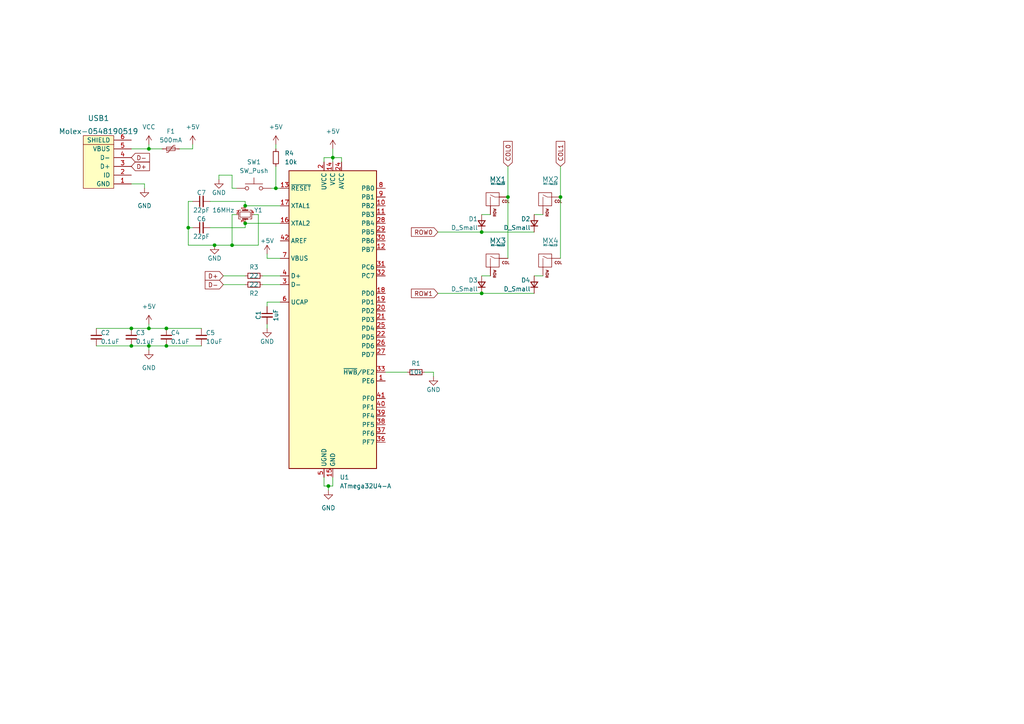
<source format=kicad_sch>
(kicad_sch (version 20211123) (generator eeschema)
  (paper "A4")
  (lib_symbols
    (symbol "Device:C_Small" (pin_numbers hide) (pin_names (offset 0.254) hide)
      (property "Reference" "C" (at 0.254 1.778 0))
      (property "Value" "C_Small" (at 0.254 -2.032 0))
      (symbol "C_Small_0_1"
        (polyline (pts (xy -1.524 -0.508) (xy 1.524 -0.508)) (stroke (width 0.3302)))
        (polyline (pts (xy -1.524 0.508) (xy 1.524 0.508)) (stroke (width 0.3048)))
      )
      (symbol "C_Small_1_1"
        (pin passive line (at 0 2.54 270) (length 2.032) (name "~") (number "1"))
        (pin passive line (at 0 -2.54 90) (length 2.032) (name "~") (number "2"))
      )
    )
    (symbol "Device:Crystal_GND24_Small" (pin_names (offset 1.016) hide)
      (property "Reference" "Y" (at 1.27 4.445 0))
      (property "Value" "Crystal_GND24_Small" (at 1.27 2.54 0))
      (symbol "Crystal_GND24_Small_0_1"
        (rectangle (start -0.762 -1.524) (end 0.762 1.524))
        (polyline (pts (xy -1.27 -0.762) (xy -1.27 0.762)) (stroke (width 0.381)))
        (polyline (pts (xy 1.27 -0.762) (xy 1.27 0.762)) (stroke (width 0.381)))
        (polyline (pts (xy -1.27 -1.27) (xy -1.27 -1.905) (xy 1.27 -1.905) (xy 1.27 -1.27)))
        (polyline (pts (xy -1.27 1.27) (xy -1.27 1.905) (xy 1.27 1.905) (xy 1.27 1.27)))
      )
      (symbol "Crystal_GND24_Small_1_1"
        (pin passive line (at -2.54 0 0) (length 1.27) (name "1") (number "1"))
        (pin passive line (at 0 -2.54 90) (length 0.635) (name "2") (number "2"))
        (pin passive line (at 2.54 0 180) (length 1.27) (name "3") (number "3"))
        (pin passive line (at 0 2.54 270) (length 0.635) (name "4") (number "4"))
      )
    )
    (symbol "Device:D_Small" (pin_numbers hide) (pin_names (offset 0.254) hide)
      (property "Reference" "D" (at -1.27 2.032 0))
      (property "Value" "D_Small" (at -3.81 -2.032 0))
      (symbol "D_Small_0_1"
        (polyline (pts (xy -0.762 -1.016) (xy -0.762 1.016)) (stroke (width 0.254)))
        (polyline (pts (xy -0.762 0) (xy 0.762 0)))
        (polyline (pts (xy 0.762 -1.016) (xy -0.762 0) (xy 0.762 1.016) (xy 0.762 -1.016)) (stroke (width 0.254)))
      )
      (symbol "D_Small_1_1"
        (pin passive line (at -2.54 0 0) (length 1.778) (name "K") (number "1"))
        (pin passive line (at 2.54 0 180) (length 1.778) (name "A") (number "2"))
      )
    )
    (symbol "Device:Polyfuse_Small" (pin_numbers hide) (pin_names (offset 0))
      (property "Reference" "F" (at -1.905 0 90))
      (property "Value" "Polyfuse_Small" (at 1.905 0 90))
      (symbol "Polyfuse_Small_0_1"
        (rectangle (start -0.508 1.27) (end 0.508 -1.27))
        (polyline (pts (xy 0 2.54) (xy 0 -2.54)))
        (polyline (pts (xy -1.016 1.27) (xy -1.016 0.762) (xy 1.016 -0.762) (xy 1.016 -1.27)))
      )
      (symbol "Polyfuse_Small_1_1"
        (pin passive line (at 0 2.54 270) (length 0.635) (name "~") (number "1"))
        (pin passive line (at 0 -2.54 90) (length 0.635) (name "~") (number "2"))
      )
    )
    (symbol "Device:R_Small" (pin_numbers hide) (pin_names (offset 0.254) hide)
      (property "Reference" "R" (at 0.762 0.508 0))
      (property "Value" "R_Small" (at 0.762 -1.016 0))
      (symbol "R_Small_0_1"
        (rectangle (start -0.762 1.778) (end 0.762 -1.778) (stroke (width 0.2032)))
      )
      (symbol "R_Small_1_1"
        (pin passive line (at 0 2.54 270) (length 0.762) (name "~") (number "1"))
        (pin passive line (at 0 -2.54 90) (length 0.762) (name "~") (number "2"))
      )
    )
    (symbol "MCU_Microchip_ATmega:ATmega32U4-A"
      (property "Reference" "U" (at -12.7 44.45 0))
      (property "Value" "ATmega32U4-A" (at 2.54 -44.45 0))
      (symbol "ATmega32U4-A_0_1"
        (rectangle (start -12.7 -43.18) (end 12.7 43.18) (stroke (width 0.254)) (fill (type background)))
      )
      (symbol "ATmega32U4-A_1_1"
        (pin bidirectional line (at 15.24 -17.78 180) (length 2.54) (name "PE6") (number "1"))
        (pin bidirectional line (at 15.24 33.02 180) (length 2.54) (name "PB2") (number "10"))
        (pin bidirectional line (at 15.24 30.48 180) (length 2.54) (name "PB3") (number "11"))
        (pin bidirectional line (at 15.24 20.32 180) (length 2.54) (name "PB7") (number "12"))
        (pin input line (at -15.24 38.1 0) (length 2.54) (name "~{RESET}") (number "13"))
        (pin power_in line (at 0 45.72 270) (length 2.54) (name "VCC") (number "14"))
        (pin power_in line (at 0 -45.72 90) (length 2.54) (name "GND") (number "15"))
        (pin output line (at -15.24 27.94 0) (length 2.54) (name "XTAL2") (number "16"))
        (pin input line (at -15.24 33.02 0) (length 2.54) (name "XTAL1") (number "17"))
        (pin bidirectional line (at 15.24 7.62 180) (length 2.54) (name "PD0") (number "18"))
        (pin bidirectional line (at 15.24 5.08 180) (length 2.54) (name "PD1") (number "19"))
        (pin power_in line (at -2.54 45.72 270) (length 2.54) (name "UVCC") (number "2"))
        (pin bidirectional line (at 15.24 2.54 180) (length 2.54) (name "PD2") (number "20"))
        (pin bidirectional line (at 15.24 0 180) (length 2.54) (name "PD3") (number "21"))
        (pin bidirectional line (at 15.24 -5.08 180) (length 2.54) (name "PD5") (number "22"))
        (pin passive line (at 0 -45.72 90) (length 2.54) hide (name "GND") (number "23"))
        (pin power_in line (at 2.54 45.72 270) (length 2.54) (name "AVCC") (number "24"))
        (pin bidirectional line (at 15.24 -2.54 180) (length 2.54) (name "PD4") (number "25"))
        (pin bidirectional line (at 15.24 -7.62 180) (length 2.54) (name "PD6") (number "26"))
        (pin bidirectional line (at 15.24 -10.16 180) (length 2.54) (name "PD7") (number "27"))
        (pin bidirectional line (at 15.24 27.94 180) (length 2.54) (name "PB4") (number "28"))
        (pin bidirectional line (at 15.24 25.4 180) (length 2.54) (name "PB5") (number "29"))
        (pin bidirectional line (at -15.24 10.16 0) (length 2.54) (name "D-") (number "3"))
        (pin bidirectional line (at 15.24 22.86 180) (length 2.54) (name "PB6") (number "30"))
        (pin bidirectional line (at 15.24 15.24 180) (length 2.54) (name "PC6") (number "31"))
        (pin bidirectional line (at 15.24 12.7 180) (length 2.54) (name "PC7") (number "32"))
        (pin bidirectional line (at 15.24 -15.24 180) (length 2.54) (name "~{HWB}/PE2") (number "33"))
        (pin passive line (at 0 45.72 270) (length 2.54) hide (name "VCC") (number "34"))
        (pin passive line (at 0 -45.72 90) (length 2.54) hide (name "GND") (number "35"))
        (pin bidirectional line (at 15.24 -35.56 180) (length 2.54) (name "PF7") (number "36"))
        (pin bidirectional line (at 15.24 -33.02 180) (length 2.54) (name "PF6") (number "37"))
        (pin bidirectional line (at 15.24 -30.48 180) (length 2.54) (name "PF5") (number "38"))
        (pin bidirectional line (at 15.24 -27.94 180) (length 2.54) (name "PF4") (number "39"))
        (pin bidirectional line (at -15.24 12.7 0) (length 2.54) (name "D+") (number "4"))
        (pin bidirectional line (at 15.24 -25.4 180) (length 2.54) (name "PF1") (number "40"))
        (pin bidirectional line (at 15.24 -22.86 180) (length 2.54) (name "PF0") (number "41"))
        (pin passive line (at -15.24 22.86 0) (length 2.54) (name "AREF") (number "42"))
        (pin passive line (at 0 -45.72 90) (length 2.54) hide (name "GND") (number "43"))
        (pin passive line (at 2.54 45.72 270) (length 2.54) hide (name "AVCC") (number "44"))
        (pin passive line (at -2.54 -45.72 90) (length 2.54) (name "UGND") (number "5"))
        (pin passive line (at -15.24 5.08 0) (length 2.54) (name "UCAP") (number "6"))
        (pin input line (at -15.24 17.78 0) (length 2.54) (name "VBUS") (number "7"))
        (pin bidirectional line (at 15.24 38.1 180) (length 2.54) (name "PB0") (number "8"))
        (pin bidirectional line (at 15.24 35.56 180) (length 2.54) (name "PB1") (number "9"))
      )
    )
    (symbol "MX_Alps_Hybrid:MX-NoLED" (pin_names (offset 1.016))
      (property "Reference" "MX" (at -0.635 3.81 0))
      (property "Value" "MX-NoLED" (at -0.635 1.27 0))
      (symbol "MX-NoLED_0_0"
        (rectangle (start -2.54 2.54) (end 1.27 -1.27))
        (polyline (pts (xy -1.27 -1.27) (xy -1.27 1.27)) (stroke (width 0.127)))
        (polyline (pts (xy 1.27 1.27) (xy 0 1.27) (xy -1.27 1.905)) (stroke (width 0.127)))
        (text "COL" (at 3.175 0 0) (effects (font (size 0.762 0.762))))
        (text "ROW" (at 0 -1.905 900) (effects (font (size 0.762 0.762)) (justify right)))
      )
      (symbol "MX-NoLED_1_1"
        (pin passive line (at 3.81 1.27 180) (length 2.54) (name "COL") (number "1"))
        (pin passive line (at -1.27 -3.81 90) (length 2.54) (name "ROW") (number "2"))
      )
    )
    (symbol "Switch:SW_Push" (pin_numbers hide) (pin_names (offset 1.016) hide)
      (property "Reference" "SW" (at 1.27 2.54 0))
      (property "Value" "SW_Push" (at 0 -1.524 0))
      (symbol "SW_Push_0_1"
        (circle (center -2.032 0) (radius 0.508))
        (polyline (pts (xy 0 1.27) (xy 0 3.048)))
        (polyline (pts (xy 2.54 1.27) (xy -2.54 1.27)))
        (circle (center 2.032 0) (radius 0.508))
        (pin passive line (at -5.08 0 0) (length 2.54) (name "1") (number "1"))
        (pin passive line (at 5.08 0 180) (length 2.54) (name "2") (number "2"))
      )
    )
    (symbol "power:+5V" (power) (pin_names (offset 0))
      (property "Value" "+5V" (at 0 3.556 0))
      (symbol "+5V_0_1"
        (polyline (pts (xy -0.762 1.27) (xy 0 2.54)))
        (polyline (pts (xy 0 0) (xy 0 2.54)))
        (polyline (pts (xy 0 2.54) (xy 0.762 1.27)))
      )
      (symbol "+5V_1_1"
        (pin power_in line (at 0 0 90) (length 0) hide (name "+5V") (number "1"))
      )
    )
    (symbol "power:GND" (power) (pin_names (offset 0))
      (property "Value" "GND" (at 0 -3.81 0))
      (symbol "GND_0_1"
        (polyline (pts (xy 0 0) (xy 0 -1.27) (xy 1.27 -1.27) (xy 0 -2.54) (xy -1.27 -1.27) (xy 0 -1.27)))
      )
      (symbol "GND_1_1"
        (pin power_in line (at 0 0 270) (length 0) hide (name "GND") (number "1"))
      )
    )
    (symbol "power:VCC" (power) (pin_names (offset 0))
      (property "Value" "VCC" (at 0 3.81 0))
      (symbol "VCC_0_1"
        (polyline (pts (xy -0.762 1.27) (xy 0 2.54)))
        (polyline (pts (xy 0 0) (xy 0 2.54)))
        (polyline (pts (xy 0 2.54) (xy 0.762 1.27)))
      )
      (symbol "VCC_1_1"
        (pin power_in line (at 0 0 90) (length 0) hide (name "VCC") (number "1"))
      )
    )
    (symbol "random-keyboard-parts:Molex-0548190519" (pin_names (offset 1.016))
      (property "Reference" "USB" (at 0 7.62 0))
      (property "Value" "Molex-0548190519" (at 0 10.16 0))
      (symbol "Molex-0548190519_0_0"
        (polyline (pts (xy 6.35 -2.54) (xy 6.35 6.35)))
        (rectangle (start 8.89 -2.54) (end -6.35 6.35) (fill (type background)))
      )
      (symbol "Molex-0548190519_1_1"
        (pin input line (at -5.08 -7.62 90) (length 5.08) (name "GND") (number "1"))
        (pin input line (at -2.54 -7.62 90) (length 5.08) (name "ID") (number "2"))
        (pin input line (at 0 -7.62 90) (length 5.08) (name "D+") (number "3"))
        (pin input line (at 2.54 -7.62 90) (length 5.08) (name "D-") (number "4"))
        (pin input line (at 5.08 -7.62 90) (length 5.08) (name "VBUS") (number "5"))
        (pin input line (at 7.62 -7.62 90) (length 5.08) (name "SHIELD") (number "6"))
      )
    )
  )
  (junction (at 54.61 66.04))
  (junction (at 43.18 95.25))
  (junction (at 67.31 71.12))
  (junction (at 139.7 67.31))
  (junction (at 162.56 57.15))
  (junction (at 62.23 71.12))
  (junction (at 43.18 100.33))
  (junction (at 71.12 59.69))
  (junction (at 38.1 100.33))
  (junction (at 95.25 140.97))
  (junction (at 139.7 85.09))
  (junction (at 48.26 95.25))
  (junction (at 48.26 100.33))
  (junction (at 38.1 95.25))
  (junction (at 71.12 64.77))
  (junction (at 43.18 43.18))
  (junction (at 147.32 57.15))
  (junction (at 96.52 45.72))
  (junction (at 80.01 54.61))
  (wire (pts (xy 80.01 54.61) (xy 81.28 54.61)))
  (wire (pts (xy 43.18 100.33) (xy 48.26 100.33)))
  (wire (pts (xy 67.31 50.8) (xy 67.31 54.61)))
  (wire (pts (xy 80.01 41.91) (xy 80.01 43.18)))
  (wire (pts (xy 142.24 62.23) (xy 139.7 62.23)))
  (wire (pts (xy 63.5 52.07) (xy 63.5 50.8)))
  (wire (pts (xy 162.56 48.26) (xy 162.56 57.15)))
  (wire (pts (xy 139.7 85.09) (xy 154.94 85.09)))
  (wire (pts (xy 38.1 95.25) (xy 43.18 95.25)))
  (wire (pts (xy 71.12 64.77) (xy 81.28 64.77)))
  (wire (pts (xy 43.18 100.33) (xy 43.18 101.6)))
  (wire (pts (xy 93.98 45.72) (xy 96.52 45.72)))
  (wire (pts (xy 67.31 54.61) (xy 68.58 54.61)))
  (wire (pts (xy 71.12 58.42) (xy 71.12 59.69)))
  (wire (pts (xy 43.18 93.98) (xy 43.18 95.25)))
  (wire (pts (xy 54.61 58.42) (xy 54.61 66.04)))
  (wire (pts (xy 93.98 46.99) (xy 93.98 45.72)))
  (wire (pts (xy 76.2 80.01) (xy 81.28 80.01)))
  (wire (pts (xy 27.94 100.33) (xy 38.1 100.33)))
  (wire (pts (xy 78.74 54.61) (xy 80.01 54.61)))
  (wire (pts (xy 43.18 95.25) (xy 48.26 95.25)))
  (wire (pts (xy 64.77 80.01) (xy 71.12 80.01)))
  (wire (pts (xy 55.88 41.91) (xy 55.88 43.18)))
  (wire (pts (xy 123.19 107.95) (xy 125.73 107.95)))
  (wire (pts (xy 93.98 140.97) (xy 95.25 140.97)))
  (wire (pts (xy 157.48 80.01) (xy 154.94 80.01)))
  (wire (pts (xy 96.52 43.18) (xy 96.52 45.72)))
  (wire (pts (xy 96.52 138.43) (xy 96.52 140.97)))
  (wire (pts (xy 54.61 66.04) (xy 55.88 66.04)))
  (wire (pts (xy 127 85.09) (xy 139.7 85.09)))
  (wire (pts (xy 73.66 62.23) (xy 74.93 62.23)))
  (wire (pts (xy 41.91 53.34) (xy 41.91 54.61)))
  (wire (pts (xy 95.25 140.97) (xy 95.25 142.24)))
  (wire (pts (xy 54.61 71.12) (xy 62.23 71.12)))
  (wire (pts (xy 139.7 67.31) (xy 154.94 67.31)))
  (wire (pts (xy 55.88 58.42) (xy 54.61 58.42)))
  (wire (pts (xy 96.52 45.72) (xy 96.52 46.99)))
  (wire (pts (xy 48.26 95.25) (xy 58.42 95.25)))
  (wire (pts (xy 77.47 87.63) (xy 77.47 88.9)))
  (wire (pts (xy 96.52 140.97) (xy 95.25 140.97)))
  (wire (pts (xy 43.18 41.91) (xy 43.18 43.18)))
  (wire (pts (xy 55.88 43.18) (xy 52.07 43.18)))
  (wire (pts (xy 60.96 58.42) (xy 71.12 58.42)))
  (wire (pts (xy 77.47 74.93) (xy 77.47 73.66)))
  (wire (pts (xy 38.1 43.18) (xy 43.18 43.18)))
  (wire (pts (xy 38.1 53.34) (xy 41.91 53.34)))
  (wire (pts (xy 147.32 48.26) (xy 147.32 57.15)))
  (wire (pts (xy 99.06 46.99) (xy 99.06 45.72)))
  (wire (pts (xy 71.12 59.69) (xy 81.28 59.69)))
  (wire (pts (xy 162.56 57.15) (xy 162.56 74.93)))
  (wire (pts (xy 63.5 50.8) (xy 67.31 50.8)))
  (wire (pts (xy 99.06 45.72) (xy 96.52 45.72)))
  (wire (pts (xy 76.2 82.55) (xy 81.28 82.55)))
  (wire (pts (xy 157.48 62.23) (xy 154.94 62.23)))
  (wire (pts (xy 80.01 48.26) (xy 80.01 54.61)))
  (wire (pts (xy 111.76 107.95) (xy 118.11 107.95)))
  (wire (pts (xy 27.94 95.25) (xy 38.1 95.25)))
  (wire (pts (xy 67.31 71.12) (xy 62.23 71.12)))
  (wire (pts (xy 93.98 138.43) (xy 93.98 140.97)))
  (wire (pts (xy 38.1 100.33) (xy 43.18 100.33)))
  (wire (pts (xy 48.26 100.33) (xy 58.42 100.33)))
  (wire (pts (xy 67.31 62.23) (xy 67.31 71.12)))
  (wire (pts (xy 127 67.31) (xy 139.7 67.31)))
  (wire (pts (xy 71.12 66.04) (xy 71.12 64.77)))
  (wire (pts (xy 74.93 62.23) (xy 74.93 71.12)))
  (wire (pts (xy 81.28 74.93) (xy 77.47 74.93)))
  (wire (pts (xy 125.73 107.95) (xy 125.73 109.22)))
  (wire (pts (xy 60.96 66.04) (xy 71.12 66.04)))
  (wire (pts (xy 54.61 66.04) (xy 54.61 71.12)))
  (wire (pts (xy 64.77 82.55) (xy 71.12 82.55)))
  (wire (pts (xy 43.18 43.18) (xy 46.99 43.18)))
  (wire (pts (xy 147.32 57.15) (xy 147.32 74.93)))
  (wire (pts (xy 77.47 93.98) (xy 77.47 95.25)))
  (wire (pts (xy 68.58 62.23) (xy 67.31 62.23)))
  (wire (pts (xy 81.28 87.63) (xy 77.47 87.63)))
  (wire (pts (xy 67.31 71.12) (xy 74.93 71.12)))
  (wire (pts (xy 142.24 80.01) (xy 139.7 80.01)))
  (global_label "D-" (shape input) (at 64.77 82.55 180) (property "Intersheet References" "${INTERSHEET_REFS}" (effects hide)))
  (global_label "ROW0" (shape input) (at 127 67.31 180) (property "Intersheet References" "${INTERSHEET_REFS}" (effects hide)))
  (global_label "COL1" (shape input) (at 162.56 48.26 90) (property "Intersheet References" "${INTERSHEET_REFS}" (effects hide)))
  (global_label "COL0" (shape input) (at 147.32 48.26 90) (property "Intersheet References" "${INTERSHEET_REFS}" (effects hide)))
  (global_label "D+" (shape input) (at 64.77 80.01 180) (property "Intersheet References" "${INTERSHEET_REFS}" (effects hide)))
  (global_label "D+" (shape input) (at 38.1 48.26 0) (property "Intersheet References" "${INTERSHEET_REFS}" (effects hide)))
  (global_label "D-" (shape input) (at 38.1 45.72 0) (property "Intersheet References" "${INTERSHEET_REFS}" (effects hide)))
  (global_label "ROW1" (shape input) (at 127 85.09 180) (property "Intersheet References" "${INTERSHEET_REFS}" (effects hide)))
  (symbol (lib_id "Device:R_Small") (at 120.65 107.95 90) (unit 1)
    (property "Reference" "R1" (at 120.65 105.41 90))
    (property "Value" "10k" (at 120.65 107.95 90))
    (property "Footprint" "Resistor_SMD:R_0805_2012Metric" (effects hide))
  )
  (symbol (lib_id "Device:R_Small") (at 80.01 45.72 0) (unit 1)
    (property "Reference" "R4" (at 82.55 44.4499 0) (effects (justify left)))
    (property "Value" "10k" (at 82.55 46.9899 0) (effects (justify left)))
    (property "Footprint" "Resistor_SMD:R_0805_2012Metric" (effects hide))
  )
  (symbol (lib_id "power:+5V") (at 55.88 41.91 0) (unit 1)
    (property "Reference" "#PWR0111" (effects hide))
    (property "Value" "+5V" (at 55.88 36.83 0))
  )
  (symbol (lib_id "MCU_Microchip_ATmega:ATmega32U4-A") (at 96.52 92.71 0) (unit 1)
    (property "Reference" "U1" (at 98.5394 138.43 0) (effects (justify left)))
    (property "Value" "ATmega32U4-A" (at 98.5394 140.97 0) (effects (justify left)))
    (property "Footprint" "Package_QFP:TQFP-44_10x10mm_P0.8mm" (effects hide))
    (property "Datasheet" "http://ww1.microchip.com/downloads/en/DeviceDoc/Atmel-7766-8-bit-AVR-ATmega16U4-32U4_Datasheet.pdf" (effects hide))
  )
  (symbol (lib_id "random-keyboard-parts:Molex-0548190519") (at 30.48 48.26 90) (unit 1)
    (property "Reference" "USB1" (at 28.575 34.29 90) (effects (font (size 1.524 1.524))))
    (property "Value" "Molex-0548190519" (at 28.575 38.1 90) (effects (font (size 1.524 1.524))))
    (property "Footprint" "random-keyboard-parts:Molex-0548190519" (effects hide))
  )
  (symbol (lib_id "power:+5V") (at 80.01 41.91 0) (unit 1)
    (property "Reference" "#PWR0110" (effects hide))
    (property "Value" "+5V" (at 80.01 36.83 0))
  )
  (symbol (lib_id "power:GND") (at 63.5 52.07 0) (unit 1)
    (property "Reference" "#PWR0109" (effects hide))
    (property "Value" "GND" (at 63.5 55.88 0))
  )
  (symbol (lib_id "Device:D_Small") (at 139.7 82.55 90) (unit 1)
    (property "Reference" "D3" (at 135.89 81.28 90) (effects (justify right)))
    (property "Value" "D_Small" (at 130.81 83.82 90) (effects (justify right)))
    (property "Footprint" "Diode_SMD:D_SOD-123" (effects hide))
  )
  (symbol (lib_id "Device:C_Small") (at 48.26 97.79 0) (unit 1)
    (property "Reference" "C4" (at 49.53 96.52 0) (effects (justify left)))
    (property "Value" "0.1uF" (at 49.53 99.06 0) (effects (justify left)))
    (property "Footprint" "Capacitor_SMD:C_0805_2012Metric" (effects hide))
  )
  (symbol (lib_id "Device:C_Small") (at 58.42 66.04 90) (unit 1)
    (property "Reference" "C6" (at 58.42 63.5 90))
    (property "Value" "22pF" (at 58.42 68.58 90))
    (property "Footprint" "Capacitor_SMD:C_0805_2012Metric" (effects hide))
  )
  (symbol (lib_id "power:GND") (at 95.25 142.24 0) (unit 1)
    (property "Reference" "#PWR0104" (effects hide))
    (property "Value" "GND" (at 95.25 147.32 0))
  )
  (symbol (lib_id "power:GND") (at 77.47 95.25 0) (unit 1)
    (property "Reference" "#PWR0105" (effects hide))
    (property "Value" "GND" (at 77.47 99.06 0))
  )
  (symbol (lib_id "Device:C_Small") (at 58.42 58.42 90) (unit 1)
    (property "Reference" "C7" (at 58.42 55.88 90))
    (property "Value" "22pF" (at 58.42 60.96 90))
    (property "Footprint" "Capacitor_SMD:C_0805_2012Metric" (effects hide))
  )
  (symbol (lib_id "power:+5V") (at 96.52 43.18 0) (unit 1)
    (property "Reference" "#PWR0113" (effects hide))
    (property "Value" "+5V" (at 96.52 38.1 0))
  )
  (symbol (lib_id "power:GND") (at 43.18 101.6 0) (unit 1)
    (property "Reference" "#PWR0101" (effects hide))
    (property "Value" "GND" (at 43.18 106.68 0))
  )
  (symbol (lib_id "MX_Alps_Hybrid:MX-NoLED") (at 143.51 58.42 0) (unit 1)
    (property "Reference" "MX1" (at 144.3956 52.07 0) (effects (font (size 1.524 1.524))))
    (property "Value" "MX-NoLED" (at 144.3956 53.34 0) (effects (font (size 0.508 0.508))))
    (property "Footprint" "MX_Alps_Hybrid:MX-1U-NoLED" (effects hide))
  )
  (symbol (lib_id "power:GND") (at 62.23 71.12 0) (unit 1)
    (property "Reference" "#PWR0106" (effects hide))
    (property "Value" "GND" (at 62.23 74.93 0))
  )
  (symbol (lib_id "MX_Alps_Hybrid:MX-NoLED") (at 143.51 76.2 0) (unit 1)
    (property "Reference" "MX3" (at 144.3956 69.85 0) (effects (font (size 1.524 1.524))))
    (property "Value" "MX-NoLED" (at 144.3956 71.12 0) (effects (font (size 0.508 0.508))))
    (property "Footprint" "MX_Alps_Hybrid:MX-1U-NoLED" (effects hide))
  )
  (symbol (lib_id "MX_Alps_Hybrid:MX-NoLED") (at 158.75 58.42 0) (unit 1)
    (property "Reference" "MX2" (at 159.6356 52.07 0) (effects (font (size 1.524 1.524))))
    (property "Value" "MX-NoLED" (at 159.6356 53.34 0) (effects (font (size 0.508 0.508))))
    (property "Footprint" "MX_Alps_Hybrid:MX-1U-NoLED" (effects hide))
  )
  (symbol (lib_id "power:GND") (at 125.73 109.22 0) (unit 1)
    (property "Reference" "#PWR0103" (effects hide))
    (property "Value" "GND" (at 125.73 113.03 0))
  )
  (symbol (lib_id "Switch:SW_Push") (at 73.66 54.61 0) (unit 1)
    (property "Reference" "SW1" (at 73.66 46.99 0))
    (property "Value" "SW_Push" (at 73.66 49.53 0))
    (property "Footprint" "random-keyboard-parts:SKQG-1155865" (effects hide))
  )
  (symbol (lib_id "Device:C_Small") (at 27.94 97.79 0) (unit 1)
    (property "Reference" "C2" (at 29.21 96.52 0) (effects (justify left)))
    (property "Value" "0.1uF" (at 29.21 99.06 0) (effects (justify left)))
    (property "Footprint" "Capacitor_SMD:C_0805_2012Metric" (effects hide))
  )
  (symbol (lib_id "power:+5V") (at 43.18 93.98 0) (unit 1)
    (property "Reference" "#PWR0102" (effects hide))
    (property "Value" "+5V" (at 43.18 88.9 0))
  )
  (symbol (lib_id "Device:Polyfuse_Small") (at 49.53 43.18 90) (unit 1)
    (property "Reference" "F1" (at 49.53 38.1 90))
    (property "Value" "500mA" (at 49.53 40.64 90))
    (property "Footprint" "Fuse:Fuse_1206_3216Metric" (effects hide))
  )
  (symbol (lib_id "Device:R_Small") (at 73.66 80.01 90) (unit 1)
    (property "Reference" "R3" (at 73.66 77.47 90))
    (property "Value" "22" (at 73.66 80.01 90))
    (property "Footprint" "Resistor_SMD:R_0805_2012Metric" (effects hide))
  )
  (symbol (lib_id "Device:R_Small") (at 73.66 82.55 90) (unit 1)
    (property "Reference" "R2" (at 73.66 85.09 90))
    (property "Value" "22" (at 73.66 82.55 90))
    (property "Footprint" "Resistor_SMD:R_0805_2012Metric" (effects hide))
  )
  (symbol (lib_id "Device:C_Small") (at 38.1 97.79 0) (unit 1)
    (property "Reference" "C3" (at 39.37 96.52 0) (effects (justify left)))
    (property "Value" "0.1uF" (at 39.37 99.06 0) (effects (justify left)))
    (property "Footprint" "Capacitor_SMD:C_0805_2012Metric" (effects hide))
  )
  (symbol (lib_id "Device:D_Small") (at 154.94 64.77 90) (unit 1)
    (property "Reference" "D2" (at 151.13 63.5 90) (effects (justify right)))
    (property "Value" "D_Small" (at 146.05 66.04 90) (effects (justify right)))
    (property "Footprint" "Diode_SMD:D_SOD-123" (effects hide))
  )
  (symbol (lib_id "Device:D_Small") (at 154.94 82.55 90) (unit 1)
    (property "Reference" "D4" (at 151.13 81.28 90) (effects (justify right)))
    (property "Value" "D_Small" (at 146.05 83.82 90) (effects (justify right)))
    (property "Footprint" "Diode_SMD:D_SOD-123" (effects hide))
  )
  (symbol (lib_id "power:VCC") (at 43.18 41.91 0) (unit 1)
    (property "Reference" "#PWR0112" (effects hide))
    (property "Value" "VCC" (at 43.18 36.83 0))
  )
  (symbol (lib_id "power:GND") (at 41.91 54.61 0) (unit 1)
    (property "Reference" "#PWR0108" (effects hide))
    (property "Value" "GND" (at 41.91 59.69 0))
  )
  (symbol (lib_id "power:+5V") (at 77.47 73.66 0) (unit 1)
    (property "Reference" "#PWR0107" (effects hide))
    (property "Value" "+5V" (at 77.47 69.85 0))
  )
  (symbol (lib_id "MX_Alps_Hybrid:MX-NoLED") (at 158.75 76.2 0) (unit 1)
    (property "Reference" "MX4" (at 159.6356 69.85 0) (effects (font (size 1.524 1.524))))
    (property "Value" "MX-NoLED" (at 159.6356 71.12 0) (effects (font (size 0.508 0.508))))
    (property "Footprint" "MX_Alps_Hybrid:MX-1U-NoLED" (effects hide))
  )
  (symbol (lib_id "Device:D_Small") (at 139.7 64.77 90) (unit 1)
    (property "Reference" "D1" (at 135.89 63.5 90) (effects (justify right)))
    (property "Value" "D_Small" (at 130.81 66.04 90) (effects (justify right)))
    (property "Footprint" "Diode_SMD:D_SOD-123" (effects hide))
  )
  (symbol (lib_id "Device:Crystal_GND24_Small") (at 71.12 62.23 270) (unit 1)
    (property "Reference" "Y1" (at 74.93 60.96 90))
    (property "Value" "16MHz" (at 64.77 60.96 90))
    (property "Footprint" "Crystal:Crystal_SMD_3225-4Pin_3.2x2.5mm" (effects hide))
  )
  (symbol (lib_id "Device:C_Small") (at 77.47 91.44 0) (unit 1)
    (property "Reference" "C1" (at 74.93 91.44 90))
    (property "Value" "1uF" (at 80.01 91.44 90))
    (property "Footprint" "Capacitor_SMD:C_0805_2012Metric" (effects hide))
  )
  (symbol (lib_id "Device:C_Small") (at 58.42 97.79 0) (unit 1)
    (property "Reference" "C5" (at 59.69 96.52 0) (effects (justify left)))
    (property "Value" "10uF" (at 59.69 99.06 0) (effects (justify left)))
    (property "Footprint" "Capacitor_SMD:C_0805_2012Metric" (effects hide))
  )
)
</source>
